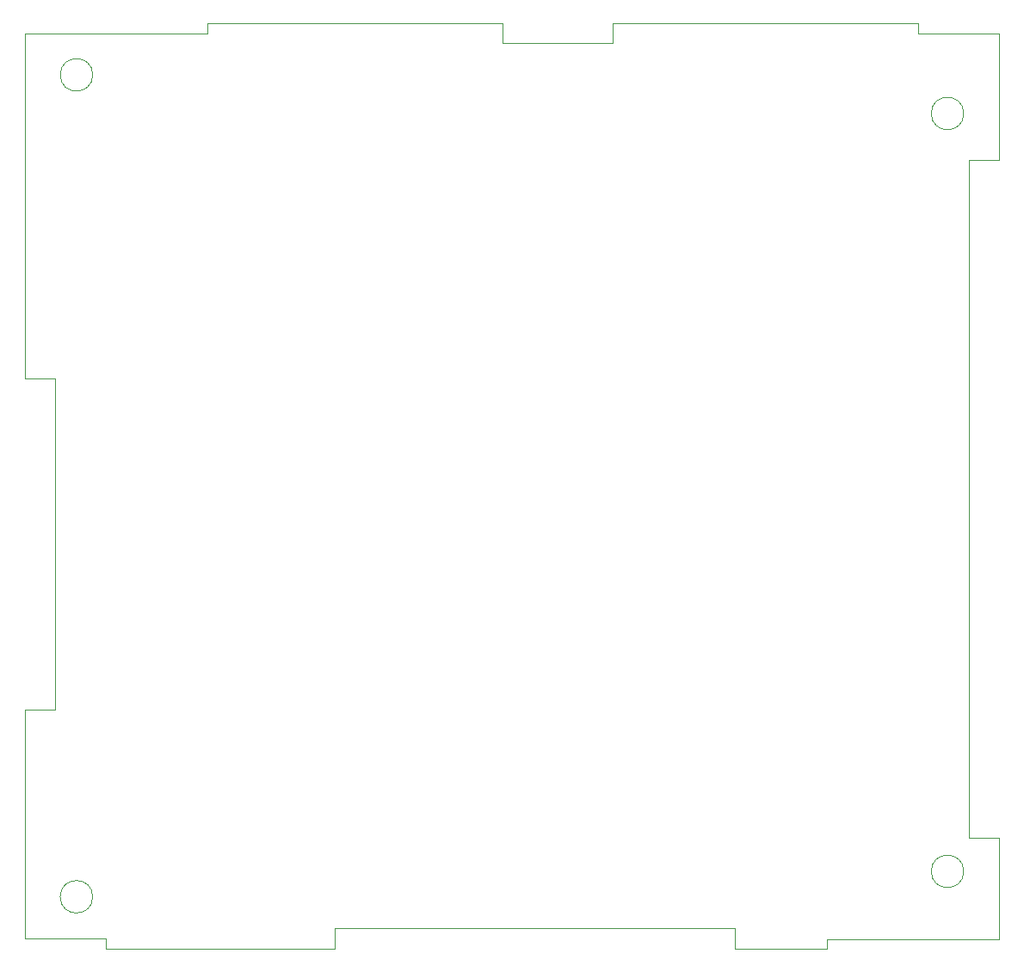
<source format=gbr>
%TF.GenerationSoftware,KiCad,Pcbnew,8.0.0*%
%TF.CreationDate,2024-03-12T09:44:14+01:00*%
%TF.ProjectId,lora,6c6f7261-2e6b-4696-9361-645f70636258,rev?*%
%TF.SameCoordinates,Original*%
%TF.FileFunction,Profile,NP*%
%FSLAX46Y46*%
G04 Gerber Fmt 4.6, Leading zero omitted, Abs format (unit mm)*
G04 Created by KiCad (PCBNEW 8.0.0) date 2024-03-12 09:44:14*
%MOMM*%
%LPD*%
G01*
G04 APERTURE LIST*
%TA.AperFunction,Profile*%
%ADD10C,0.050000*%
%TD*%
G04 APERTURE END LIST*
D10*
X58000000Y-116100000D02*
X58000000Y-115100000D01*
X50000000Y-92600000D02*
X53000000Y-92600000D01*
X56700000Y-30100000D02*
G75*
G02*
X53500000Y-30100000I-1600000J0D01*
G01*
X53500000Y-30100000D02*
G75*
G02*
X56700000Y-30100000I1600000J0D01*
G01*
X145900000Y-26000000D02*
X145900000Y-27000000D01*
X128900000Y-115200000D02*
X128900000Y-116100000D01*
X137900000Y-25000000D02*
X137900000Y-26000000D01*
X53000000Y-92600000D02*
X53000000Y-60000000D01*
X119900000Y-114100000D02*
X80500000Y-114100000D01*
X97000000Y-27000000D02*
X107900000Y-27000000D01*
X145900000Y-27000000D02*
X145900000Y-38500000D01*
X137900000Y-26000000D02*
X145900000Y-26000000D01*
X68000000Y-25000000D02*
X97000000Y-25000000D01*
X119900000Y-116100000D02*
X119900000Y-114100000D01*
X142900000Y-105200000D02*
X145900000Y-105200000D01*
X142400000Y-33900000D02*
G75*
G02*
X139200000Y-33900000I-1600000J0D01*
G01*
X139200000Y-33900000D02*
G75*
G02*
X142400000Y-33900000I1600000J0D01*
G01*
X50000000Y-60000000D02*
X50000000Y-26000000D01*
X145900000Y-38500000D02*
X142900000Y-38500000D01*
X107900000Y-27000000D02*
X107900000Y-25000000D01*
X68000000Y-26000000D02*
X68000000Y-25000000D01*
X142400000Y-108500000D02*
G75*
G02*
X139200000Y-108500000I-1600000J0D01*
G01*
X139200000Y-108500000D02*
G75*
G02*
X142400000Y-108500000I1600000J0D01*
G01*
X107900000Y-25000000D02*
X137900000Y-25000000D01*
X145900000Y-105200000D02*
X145900000Y-115200000D01*
X80500000Y-114100000D02*
X80500000Y-116100000D01*
X128900000Y-116100000D02*
X119900000Y-116100000D01*
X50000000Y-115100000D02*
X50000000Y-92600000D01*
X142900000Y-38500000D02*
X142900000Y-105200000D01*
X80500000Y-116100000D02*
X58000000Y-116100000D01*
X97000000Y-25000000D02*
X97000000Y-27000000D01*
X58000000Y-115100000D02*
X50000000Y-115100000D01*
X56700000Y-111000000D02*
G75*
G02*
X53500000Y-111000000I-1600000J0D01*
G01*
X53500000Y-111000000D02*
G75*
G02*
X56700000Y-111000000I1600000J0D01*
G01*
X53000000Y-60000000D02*
X50000000Y-60000000D01*
X50000000Y-26000000D02*
X68000000Y-26000000D01*
X145900000Y-115200000D02*
X128900000Y-115200000D01*
M02*

</source>
